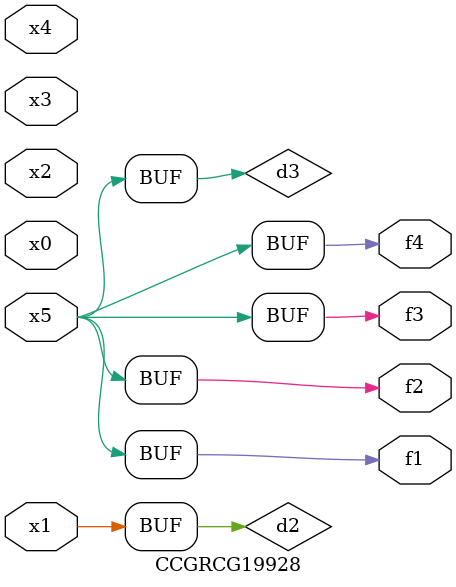
<source format=v>
module CCGRCG19928(
	input x0, x1, x2, x3, x4, x5,
	output f1, f2, f3, f4
);

	wire d1, d2, d3;

	not (d1, x5);
	or (d2, x1);
	xnor (d3, d1);
	assign f1 = d3;
	assign f2 = d3;
	assign f3 = d3;
	assign f4 = d3;
endmodule

</source>
